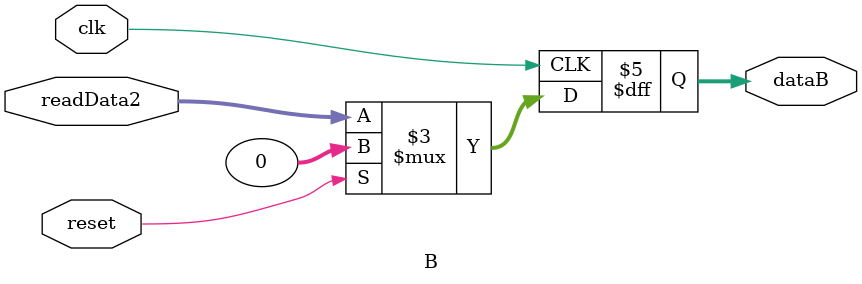
<source format=v>
module B(
    input [31:0] readData2,
    input clk,
  	input reset,
	
    output reg [31:0] dataB
);



    always @ (posedge clk)
      if(reset)
        dataB <= 32'b0;
  
      else
        dataB <= readData2;

endmodule

</source>
